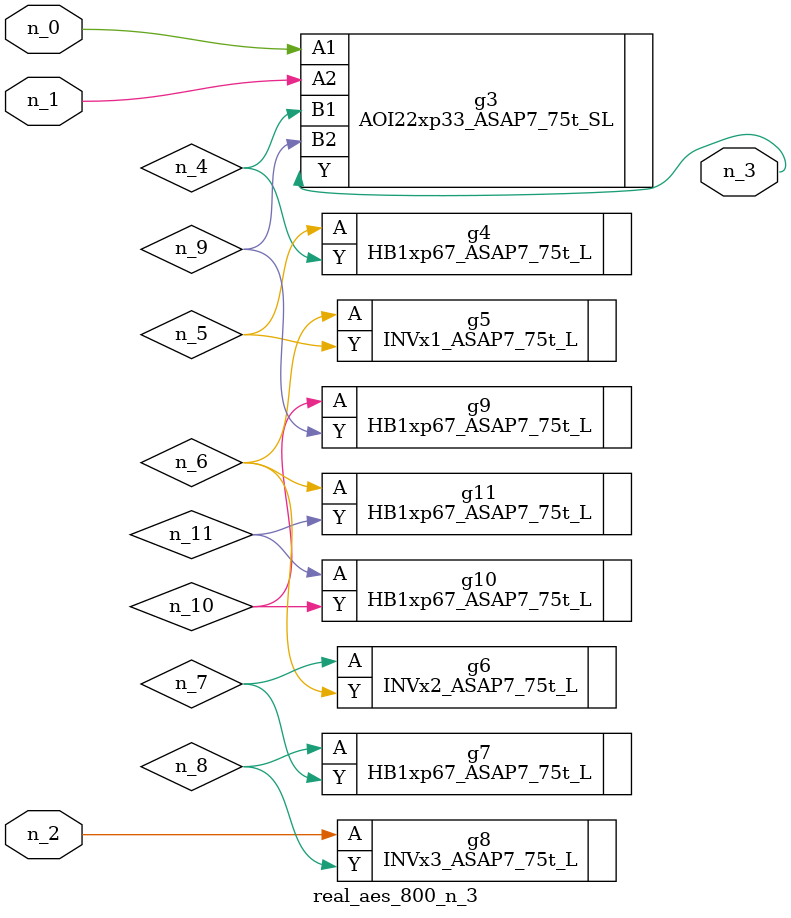
<source format=v>
module real_aes_800_n_3 (n_0, n_2, n_1, n_3);
input n_0;
input n_2;
input n_1;
output n_3;
wire n_4;
wire n_5;
wire n_7;
wire n_9;
wire n_6;
wire n_8;
wire n_10;
wire n_11;
AOI22xp33_ASAP7_75t_SL g3 ( .A1(n_0), .A2(n_1), .B1(n_4), .B2(n_9), .Y(n_3) );
INVx3_ASAP7_75t_L g8 ( .A(n_2), .Y(n_8) );
HB1xp67_ASAP7_75t_L g4 ( .A(n_5), .Y(n_4) );
INVx1_ASAP7_75t_L g5 ( .A(n_6), .Y(n_5) );
HB1xp67_ASAP7_75t_L g11 ( .A(n_6), .Y(n_11) );
INVx2_ASAP7_75t_L g6 ( .A(n_7), .Y(n_6) );
HB1xp67_ASAP7_75t_L g7 ( .A(n_8), .Y(n_7) );
HB1xp67_ASAP7_75t_L g9 ( .A(n_10), .Y(n_9) );
HB1xp67_ASAP7_75t_L g10 ( .A(n_11), .Y(n_10) );
endmodule
</source>
